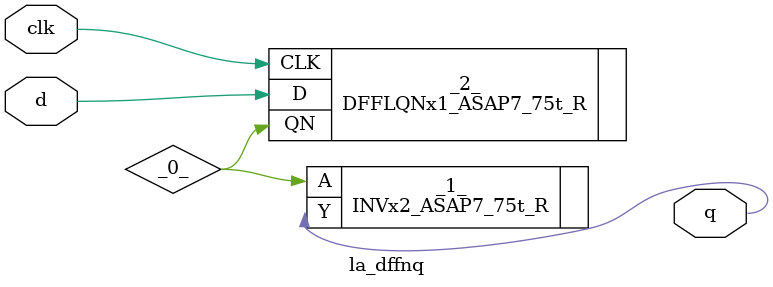
<source format=v>

/* Generated by Yosys 0.44 (git sha1 80ba43d26, g++ 11.4.0-1ubuntu1~22.04 -fPIC -O3) */

(* top =  1  *)
(* src = "inputs/la_dffnq.v:10.1-20.10" *)
module la_dffnq (
    d,
    clk,
    q
);
  wire _0_;
  (* src = "inputs/la_dffnq.v:14.16-14.19" *)
  input clk;
  wire clk;
  (* src = "inputs/la_dffnq.v:13.16-13.17" *)
  input d;
  wire d;
  (* src = "inputs/la_dffnq.v:15.16-15.17" *)
  output q;
  wire q;
  INVx2_ASAP7_75t_R _1_ (
      .A(_0_),
      .Y(q)
  );
  (* src = "inputs/la_dffnq.v:18.5-18.34" *)
  DFFLQNx1_ASAP7_75t_R _2_ (
      .CLK(clk),
      .D  (d),
      .QN (_0_)
  );
endmodule

</source>
